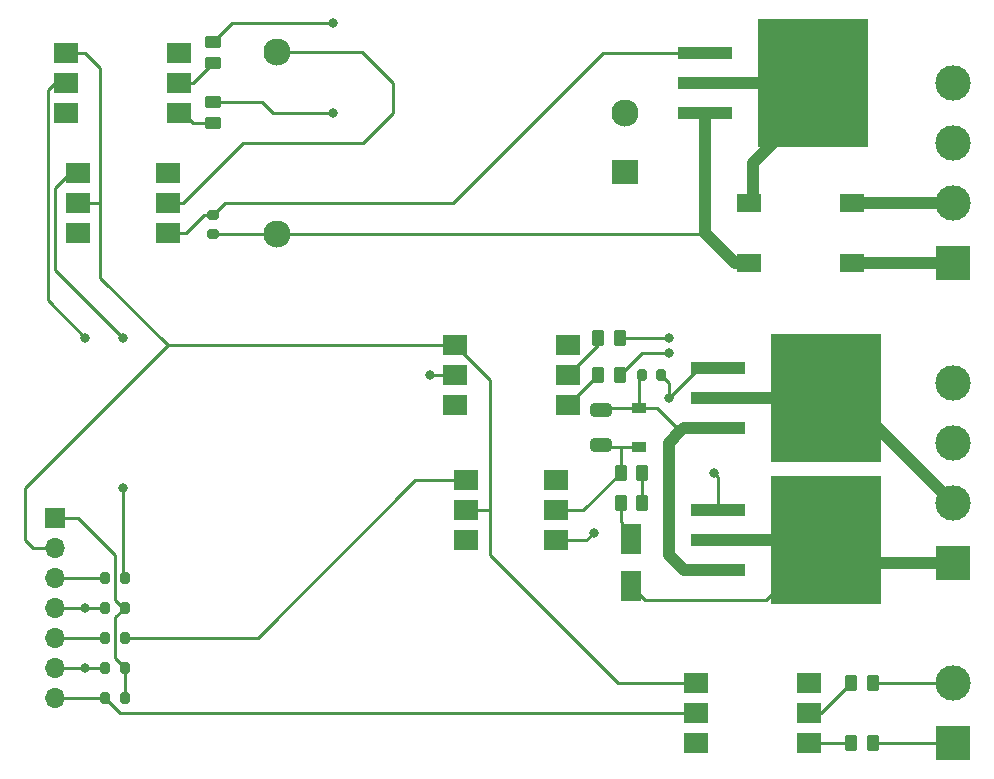
<source format=gtl>
G04 #@! TF.GenerationSoftware,KiCad,Pcbnew,(6.0.0-0)*
G04 #@! TF.CreationDate,2022-03-09T14:35:56+01:00*
G04 #@! TF.ProjectId,prototype-2,70726f74-6f74-4797-9065-2d322e6b6963,rev?*
G04 #@! TF.SameCoordinates,Original*
G04 #@! TF.FileFunction,Copper,L1,Top*
G04 #@! TF.FilePolarity,Positive*
%FSLAX46Y46*%
G04 Gerber Fmt 4.6, Leading zero omitted, Abs format (unit mm)*
G04 Created by KiCad (PCBNEW (6.0.0-0)) date 2022-03-09 14:35:56*
%MOMM*%
%LPD*%
G01*
G04 APERTURE LIST*
G04 Aperture macros list*
%AMRoundRect*
0 Rectangle with rounded corners*
0 $1 Rounding radius*
0 $2 $3 $4 $5 $6 $7 $8 $9 X,Y pos of 4 corners*
0 Add a 4 corners polygon primitive as box body*
4,1,4,$2,$3,$4,$5,$6,$7,$8,$9,$2,$3,0*
0 Add four circle primitives for the rounded corners*
1,1,$1+$1,$2,$3*
1,1,$1+$1,$4,$5*
1,1,$1+$1,$6,$7*
1,1,$1+$1,$8,$9*
0 Add four rect primitives between the rounded corners*
20,1,$1+$1,$2,$3,$4,$5,0*
20,1,$1+$1,$4,$5,$6,$7,0*
20,1,$1+$1,$6,$7,$8,$9,0*
20,1,$1+$1,$8,$9,$2,$3,0*%
G04 Aperture macros list end*
G04 #@! TA.AperFunction,SMDPad,CuDef*
%ADD10RoundRect,0.250000X-0.262500X-0.450000X0.262500X-0.450000X0.262500X0.450000X-0.262500X0.450000X0*%
G04 #@! TD*
G04 #@! TA.AperFunction,SMDPad,CuDef*
%ADD11RoundRect,0.250000X0.262500X0.450000X-0.262500X0.450000X-0.262500X-0.450000X0.262500X-0.450000X0*%
G04 #@! TD*
G04 #@! TA.AperFunction,SMDPad,CuDef*
%ADD12R,4.600000X1.100000*%
G04 #@! TD*
G04 #@! TA.AperFunction,SMDPad,CuDef*
%ADD13R,9.400000X10.800000*%
G04 #@! TD*
G04 #@! TA.AperFunction,SMDPad,CuDef*
%ADD14R,1.800000X2.500000*%
G04 #@! TD*
G04 #@! TA.AperFunction,SMDPad,CuDef*
%ADD15R,2.000000X1.780000*%
G04 #@! TD*
G04 #@! TA.AperFunction,SMDPad,CuDef*
%ADD16RoundRect,0.200000X-0.275000X0.200000X-0.275000X-0.200000X0.275000X-0.200000X0.275000X0.200000X0*%
G04 #@! TD*
G04 #@! TA.AperFunction,SMDPad,CuDef*
%ADD17R,1.200000X0.900000*%
G04 #@! TD*
G04 #@! TA.AperFunction,ComponentPad*
%ADD18R,3.000000X3.000000*%
G04 #@! TD*
G04 #@! TA.AperFunction,ComponentPad*
%ADD19C,3.000000*%
G04 #@! TD*
G04 #@! TA.AperFunction,SMDPad,CuDef*
%ADD20RoundRect,0.200000X-0.200000X-0.275000X0.200000X-0.275000X0.200000X0.275000X-0.200000X0.275000X0*%
G04 #@! TD*
G04 #@! TA.AperFunction,SMDPad,CuDef*
%ADD21RoundRect,0.200000X0.200000X0.275000X-0.200000X0.275000X-0.200000X-0.275000X0.200000X-0.275000X0*%
G04 #@! TD*
G04 #@! TA.AperFunction,SMDPad,CuDef*
%ADD22RoundRect,0.250000X-0.450000X0.262500X-0.450000X-0.262500X0.450000X-0.262500X0.450000X0.262500X0*%
G04 #@! TD*
G04 #@! TA.AperFunction,ComponentPad*
%ADD23R,1.700000X1.700000*%
G04 #@! TD*
G04 #@! TA.AperFunction,ComponentPad*
%ADD24O,1.700000X1.700000*%
G04 #@! TD*
G04 #@! TA.AperFunction,ComponentPad*
%ADD25R,2.300000X2.000000*%
G04 #@! TD*
G04 #@! TA.AperFunction,ComponentPad*
%ADD26C,2.300000*%
G04 #@! TD*
G04 #@! TA.AperFunction,SMDPad,CuDef*
%ADD27R,2.000000X1.500000*%
G04 #@! TD*
G04 #@! TA.AperFunction,SMDPad,CuDef*
%ADD28RoundRect,0.250000X0.650000X-0.325000X0.650000X0.325000X-0.650000X0.325000X-0.650000X-0.325000X0*%
G04 #@! TD*
G04 #@! TA.AperFunction,ViaPad*
%ADD29C,0.800000*%
G04 #@! TD*
G04 #@! TA.AperFunction,Conductor*
%ADD30C,1.000000*%
G04 #@! TD*
G04 #@! TA.AperFunction,Conductor*
%ADD31C,0.250000*%
G04 #@! TD*
G04 APERTURE END LIST*
D10*
X158992500Y-93980000D03*
X160817500Y-93980000D03*
D11*
X158992500Y-91440000D03*
X160817500Y-91440000D03*
D12*
X167265000Y-94615000D03*
X167265000Y-97155000D03*
D13*
X176415000Y-97155000D03*
D12*
X167265000Y-99695000D03*
D14*
X159905000Y-97060000D03*
X159905000Y-101060000D03*
D15*
X154510000Y-85725000D03*
X154510000Y-83185000D03*
X154510000Y-80645000D03*
X144980000Y-80645000D03*
X144980000Y-83185000D03*
X144980000Y-85725000D03*
D11*
X157087500Y-80010000D03*
X158912500Y-80010000D03*
D16*
X124460000Y-69595000D03*
X124460000Y-71245000D03*
D17*
X160540000Y-89280000D03*
X160540000Y-85980000D03*
D18*
X187125000Y-99060000D03*
D19*
X187125000Y-93980000D03*
X187125000Y-88900000D03*
X187125000Y-83820000D03*
D20*
X115380000Y-110490000D03*
X117030000Y-110490000D03*
D11*
X180340000Y-114300000D03*
X178515000Y-114300000D03*
D21*
X117030000Y-100330000D03*
X115380000Y-100330000D03*
D20*
X115380000Y-107950000D03*
X117030000Y-107950000D03*
X115380000Y-102870000D03*
X117030000Y-102870000D03*
D22*
X124460000Y-60047500D03*
X124460000Y-61872500D03*
D23*
X111125000Y-95250000D03*
D24*
X111125000Y-97790000D03*
X111125000Y-100330000D03*
X111125000Y-102870000D03*
X111125000Y-105410000D03*
X111125000Y-107950000D03*
X111125000Y-110490000D03*
D15*
X113030000Y-66040000D03*
X113030000Y-68580000D03*
X113030000Y-71120000D03*
X120650000Y-71120000D03*
X120650000Y-68580000D03*
X120650000Y-66040000D03*
D11*
X158912500Y-83185000D03*
X157087500Y-83185000D03*
D15*
X121605000Y-60960000D03*
X121605000Y-58420000D03*
X121605000Y-55880000D03*
X112075000Y-55880000D03*
X112075000Y-58420000D03*
X112075000Y-60960000D03*
X145935000Y-92075000D03*
X145935000Y-94615000D03*
X145935000Y-97155000D03*
X153555000Y-97155000D03*
X153555000Y-94615000D03*
X153555000Y-92075000D03*
D12*
X167265000Y-82550000D03*
D13*
X176415000Y-85090000D03*
D12*
X167265000Y-85090000D03*
X167265000Y-87630000D03*
D18*
X187125000Y-114300000D03*
D19*
X187125000Y-109220000D03*
D21*
X162445000Y-83185000D03*
X160795000Y-83185000D03*
D25*
X159342500Y-66000000D03*
D26*
X159342500Y-61000000D03*
X129942500Y-71200000D03*
X129942500Y-55800000D03*
D27*
X169885000Y-68570000D03*
X169885000Y-73670000D03*
X178625000Y-73670000D03*
X178625000Y-68570000D03*
D28*
X157365000Y-86155000D03*
X157365000Y-89105000D03*
D11*
X180340000Y-109220000D03*
X178515000Y-109220000D03*
D15*
X174945000Y-114300000D03*
X174945000Y-111760000D03*
X174945000Y-109220000D03*
X165415000Y-109220000D03*
X165415000Y-111760000D03*
X165415000Y-114300000D03*
D18*
X187125000Y-73660000D03*
D19*
X187125000Y-68580000D03*
X187125000Y-63500000D03*
X187125000Y-58420000D03*
D12*
X166110000Y-55880000D03*
X166110000Y-58420000D03*
D13*
X175260000Y-58420000D03*
D12*
X166110000Y-60960000D03*
D21*
X115380000Y-105410000D03*
X117030000Y-105410000D03*
D22*
X124460000Y-54967500D03*
X124460000Y-56792500D03*
D29*
X113665000Y-80010000D03*
X116840000Y-92710000D03*
X116840000Y-80010000D03*
X142875000Y-83185000D03*
X113665000Y-107950000D03*
X113665000Y-102870000D03*
X156730000Y-96520000D03*
X163080000Y-81280000D03*
X163080000Y-85090000D03*
X166890000Y-91440000D03*
X134620000Y-53340000D03*
X134620000Y-60960000D03*
X163080000Y-80010000D03*
D30*
X166110000Y-71120000D02*
X166110000Y-60960000D01*
D31*
X110490000Y-59055000D02*
X110490000Y-76835000D01*
X117030000Y-100330000D02*
X116840000Y-100140000D01*
X116840000Y-100140000D02*
X116840000Y-92710000D01*
X113030000Y-66040000D02*
X112395000Y-66040000D01*
X111125000Y-74295000D02*
X116840000Y-80010000D01*
X112395000Y-66040000D02*
X111125000Y-67310000D01*
X111125000Y-67310000D02*
X111125000Y-74295000D01*
X113665000Y-80010000D02*
X110490000Y-76835000D01*
X145935000Y-92075000D02*
X141605000Y-92075000D01*
X141605000Y-92075000D02*
X128270000Y-105410000D01*
X128270000Y-105410000D02*
X117030000Y-105410000D01*
X142875000Y-83185000D02*
X144980000Y-83185000D01*
X115380000Y-107950000D02*
X113665000Y-107950000D01*
X111125000Y-107950000D02*
X113665000Y-107950000D01*
X120650000Y-80645000D02*
X108585000Y-92710000D01*
X111125000Y-97790000D02*
X109220000Y-97790000D01*
X109220000Y-97790000D02*
X108585000Y-97155000D01*
X108585000Y-97155000D02*
X108585000Y-92710000D01*
X144980000Y-80645000D02*
X120650000Y-80645000D01*
X120650000Y-80645000D02*
X114935000Y-74930000D01*
X114935000Y-74930000D02*
X114935000Y-68580000D01*
X116205000Y-102235000D02*
X116205000Y-98425000D01*
X116205000Y-98425000D02*
X113030000Y-95250000D01*
X117030000Y-102870000D02*
X116840000Y-102870000D01*
X113030000Y-95250000D02*
X111125000Y-95250000D01*
X116840000Y-102870000D02*
X116205000Y-102235000D01*
X117030000Y-102870000D02*
X116205000Y-103695000D01*
X116205000Y-103695000D02*
X116205000Y-107125000D01*
X116205000Y-107125000D02*
X117030000Y-107950000D01*
X117030000Y-110490000D02*
X117030000Y-107950000D01*
X165415000Y-111760000D02*
X116650000Y-111760000D01*
X116650000Y-111760000D02*
X115380000Y-110490000D01*
X165415000Y-109220000D02*
X158750000Y-109220000D01*
X158750000Y-109220000D02*
X147955000Y-98425000D01*
X147955000Y-98425000D02*
X147955000Y-83620000D01*
X147955000Y-83620000D02*
X144980000Y-80645000D01*
X111125000Y-110490000D02*
X115380000Y-110490000D01*
X115380000Y-105410000D02*
X111125000Y-105410000D01*
X111125000Y-102870000D02*
X115380000Y-102870000D01*
X115380000Y-100330000D02*
X111125000Y-100330000D01*
X112075000Y-58420000D02*
X111125000Y-58420000D01*
X111125000Y-58420000D02*
X110490000Y-59055000D01*
X114935000Y-68580000D02*
X114935000Y-57150000D01*
X114935000Y-57150000D02*
X113665000Y-55880000D01*
X113665000Y-55880000D02*
X112075000Y-55880000D01*
X113030000Y-68580000D02*
X114935000Y-68580000D01*
X145935000Y-94615000D02*
X147955000Y-94615000D01*
D30*
X179705000Y-99060000D02*
X178320000Y-99060000D01*
X187125000Y-93980000D02*
X179605000Y-86460000D01*
X176415000Y-85090000D02*
X178235000Y-85090000D01*
X178235000Y-85090000D02*
X179605000Y-86460000D01*
D31*
X156730000Y-96520000D02*
X156095000Y-97155000D01*
X156095000Y-97155000D02*
X153555000Y-97155000D01*
X153555000Y-94615000D02*
X155817500Y-94615000D01*
X155817500Y-94615000D02*
X158992500Y-91440000D01*
X157087500Y-83185000D02*
X154547500Y-85725000D01*
X154547500Y-85725000D02*
X154510000Y-85725000D01*
X157087500Y-80010000D02*
X157087500Y-80607500D01*
X157087500Y-80607500D02*
X154510000Y-83185000D01*
X163080000Y-81280000D02*
X160817500Y-81280000D01*
X160817500Y-81280000D02*
X158912500Y-83185000D01*
X158912500Y-80010000D02*
X163080000Y-80010000D01*
X160540000Y-89280000D02*
X159015000Y-89280000D01*
X158992500Y-91440000D02*
X159015000Y-91417500D01*
X159015000Y-89280000D02*
X157540000Y-89280000D01*
X159015000Y-91417500D02*
X159015000Y-89280000D01*
X158992500Y-93980000D02*
X158992500Y-95607500D01*
X158992500Y-95607500D02*
X159905000Y-96520000D01*
X159905000Y-96520000D02*
X159905000Y-97060000D01*
X160817500Y-91440000D02*
X160817500Y-93980000D01*
D30*
X164350000Y-87630000D02*
X164032500Y-87947500D01*
X164032500Y-87947500D02*
X163080000Y-88900000D01*
D31*
X160540000Y-85980000D02*
X162065000Y-85980000D01*
X162065000Y-85980000D02*
X164032500Y-87947500D01*
X157540000Y-89280000D02*
X157365000Y-89105000D01*
X160540000Y-85980000D02*
X157540000Y-85980000D01*
X157540000Y-85980000D02*
X157365000Y-86155000D01*
X160795000Y-83185000D02*
X160540000Y-83440000D01*
X160540000Y-83440000D02*
X160540000Y-85980000D01*
X163080000Y-85090000D02*
X163080000Y-83820000D01*
X163080000Y-83820000D02*
X162445000Y-83185000D01*
D30*
X170180000Y-68580000D02*
X170180000Y-65205000D01*
D31*
X175260000Y-60125000D02*
X175260000Y-58420000D01*
D30*
X170180000Y-65205000D02*
X175260000Y-60125000D01*
X166110000Y-58420000D02*
X175260000Y-58420000D01*
X168650000Y-73660000D02*
X170180000Y-73660000D01*
D31*
X124505000Y-71200000D02*
X129942500Y-71200000D01*
X166110000Y-71120000D02*
X166030000Y-71200000D01*
X166030000Y-71200000D02*
X129942500Y-71200000D01*
X124460000Y-71245000D02*
X124505000Y-71200000D01*
D30*
X166110000Y-71120000D02*
X168650000Y-73660000D01*
D31*
X170180000Y-73660000D02*
X170170000Y-73670000D01*
D30*
X178635000Y-73660000D02*
X178625000Y-73670000D01*
X187125000Y-73660000D02*
X178635000Y-73660000D01*
X187125000Y-68580000D02*
X178635000Y-68580000D01*
X178635000Y-68580000D02*
X178625000Y-68570000D01*
D31*
X187125000Y-114300000D02*
X180340000Y-114300000D01*
X187125000Y-109220000D02*
X180340000Y-109220000D01*
X139700000Y-58420000D02*
X137080000Y-55800000D01*
X137080000Y-55800000D02*
X129942500Y-55800000D01*
X139700000Y-60960000D02*
X139700000Y-58420000D01*
X137160000Y-63500000D02*
X139700000Y-60960000D01*
X120650000Y-68580000D02*
X121920000Y-68580000D01*
X127000000Y-63500000D02*
X137160000Y-63500000D01*
X121920000Y-68580000D02*
X127000000Y-63500000D01*
X124460000Y-69595000D02*
X125475000Y-68580000D01*
X157480000Y-55880000D02*
X166110000Y-55880000D01*
X124460000Y-69595000D02*
X123700000Y-69595000D01*
X125475000Y-68580000D02*
X144780000Y-68580000D01*
X122175000Y-71120000D02*
X120650000Y-71120000D01*
X144780000Y-68580000D02*
X157480000Y-55880000D01*
X123700000Y-69595000D02*
X122175000Y-71120000D01*
X163080000Y-85090000D02*
X165620000Y-82550000D01*
X167265000Y-91815000D02*
X166890000Y-91440000D01*
X167265000Y-94615000D02*
X167265000Y-91815000D01*
X165620000Y-82550000D02*
X167265000Y-82550000D01*
D30*
X163080000Y-98425000D02*
X164350000Y-99695000D01*
X163080000Y-88900000D02*
X163080000Y-98425000D01*
X164350000Y-99695000D02*
X164985000Y-99695000D01*
X165620000Y-87630000D02*
X164350000Y-87630000D01*
D31*
X167265000Y-87630000D02*
X165620000Y-87630000D01*
X164985000Y-99695000D02*
X167265000Y-99695000D01*
X161080000Y-102235000D02*
X171335000Y-102235000D01*
D30*
X187125000Y-99060000D02*
X179705000Y-99060000D01*
D31*
X159905000Y-101060000D02*
X161080000Y-102235000D01*
D30*
X178320000Y-99060000D02*
X176415000Y-97155000D01*
D31*
X171335000Y-102235000D02*
X176415000Y-97155000D01*
D30*
X167265000Y-97155000D02*
X176415000Y-97155000D01*
D31*
X122832500Y-61872500D02*
X121920000Y-60960000D01*
X124460000Y-61872500D02*
X122832500Y-61872500D01*
X121920000Y-60960000D02*
X121605000Y-60960000D01*
X122832500Y-58420000D02*
X124460000Y-56792500D01*
X121605000Y-58420000D02*
X122832500Y-58420000D01*
X178515000Y-114300000D02*
X174945000Y-114300000D01*
X178515000Y-109220000D02*
X175975000Y-111760000D01*
X175975000Y-111760000D02*
X174945000Y-111760000D01*
X126087500Y-53340000D02*
X124460000Y-54967500D01*
X134620000Y-53340000D02*
X126087500Y-53340000D01*
X129540000Y-60960000D02*
X128627500Y-60047500D01*
X134620000Y-60960000D02*
X129540000Y-60960000D01*
X128627500Y-60047500D02*
X124460000Y-60047500D01*
D30*
X167265000Y-85090000D02*
X176415000Y-85090000D01*
M02*

</source>
